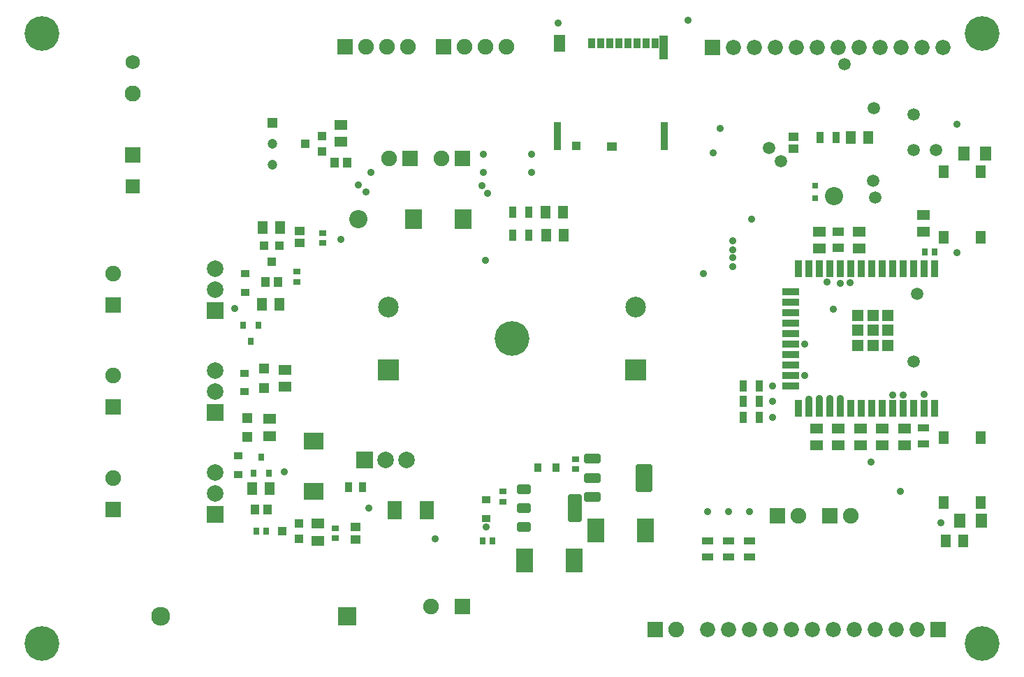
<source format=gts>
G04*
G04 #@! TF.GenerationSoftware,Altium Limited,Altium Designer,22.7.1 (60)*
G04*
G04 Layer_Color=8388736*
%FSLAX44Y44*%
%MOMM*%
G71*
G04*
G04 #@! TF.SameCoordinates,F9262A58-C723-4885-9EE7-A1CEE64B0761*
G04*
G04*
G04 #@! TF.FilePolarity,Negative*
G04*
G01*
G75*
%ADD15R,1.3000X1.5500*%
%ADD16R,1.4000X1.8000*%
%ADD17R,1.2065X1.5082*%
%ADD24R,0.9000X0.7500*%
%ADD25R,1.2621X1.0046*%
%ADD27R,1.5082X1.2065*%
%ADD28R,1.7145X2.1844*%
%ADD31R,1.0046X1.2621*%
%ADD32R,1.9900X2.3300*%
%ADD33R,0.9500X1.4500*%
%ADD34R,1.4082X1.0065*%
%ADD37R,0.7500X0.9000*%
%ADD38R,1.4500X0.9500*%
%ADD39R,0.9000X2.0000*%
%ADD40R,2.0000X0.9000*%
%ADD41R,1.3300X1.3300*%
%ADD42R,0.8000X0.9000*%
%ADD46R,2.0000X3.0000*%
%ADD47R,1.1500X1.1500*%
%ADD48R,2.3300X1.9900*%
%ADD49R,0.8065X1.3082*%
%ADD50R,0.8000X0.8000*%
%ADD51R,0.9032X1.3032*%
%ADD52R,1.2532X0.9832*%
%ADD53R,1.1032X1.1332*%
%ADD54R,1.3432X2.0332*%
%ADD55R,0.9032X3.5032*%
%ADD56R,1.0632X3.0032*%
%ADD57R,1.0332X0.8332*%
%ADD58R,0.8332X1.0332*%
%ADD59R,1.1032X1.0032*%
G04:AMPARAMS|DCode=60|XSize=1.1032mm|YSize=1.9532mm|CornerRadius=0.1511mm|HoleSize=0mm|Usage=FLASHONLY|Rotation=90.000|XOffset=0mm|YOffset=0mm|HoleType=Round|Shape=RoundedRectangle|*
%AMROUNDEDRECTD60*
21,1,1.1032,1.6510,0,0,90.0*
21,1,0.8010,1.9532,0,0,90.0*
1,1,0.3022,0.8255,0.4005*
1,1,0.3022,0.8255,-0.4005*
1,1,0.3022,-0.8255,-0.4005*
1,1,0.3022,-0.8255,0.4005*
%
%ADD60ROUNDEDRECTD60*%
G04:AMPARAMS|DCode=61|XSize=3.4032mm|YSize=1.9532mm|CornerRadius=0.1541mm|HoleSize=0mm|Usage=FLASHONLY|Rotation=90.000|XOffset=0mm|YOffset=0mm|HoleType=Round|Shape=RoundedRectangle|*
%AMROUNDEDRECTD61*
21,1,3.4032,1.6450,0,0,90.0*
21,1,3.0950,1.9532,0,0,90.0*
1,1,0.3082,0.8225,1.5475*
1,1,0.3082,0.8225,-1.5475*
1,1,0.3082,-0.8225,-1.5475*
1,1,0.3082,-0.8225,1.5475*
%
%ADD61ROUNDEDRECTD61*%
%ADD62R,1.0032X1.1032*%
G04:AMPARAMS|DCode=63|XSize=3.3532mm|YSize=1.6532mm|CornerRadius=0.1524mm|HoleSize=0mm|Usage=FLASHONLY|Rotation=90.000|XOffset=0mm|YOffset=0mm|HoleType=Round|Shape=RoundedRectangle|*
%AMROUNDEDRECTD63*
21,1,3.3532,1.3485,0,0,90.0*
21,1,3.0485,1.6532,0,0,90.0*
1,1,0.3047,0.6743,1.5243*
1,1,0.3047,0.6743,-1.5243*
1,1,0.3047,-0.6743,-1.5243*
1,1,0.3047,-0.6743,1.5243*
%
%ADD63ROUNDEDRECTD63*%
G04:AMPARAMS|DCode=64|XSize=1.1032mm|YSize=1.6532mm|CornerRadius=0.1511mm|HoleSize=0mm|Usage=FLASHONLY|Rotation=90.000|XOffset=0mm|YOffset=0mm|HoleType=Round|Shape=RoundedRectangle|*
%AMROUNDEDRECTD64*
21,1,1.1032,1.3510,0,0,90.0*
21,1,0.8010,1.6532,0,0,90.0*
1,1,0.3022,0.6755,0.4005*
1,1,0.3022,0.6755,-0.4005*
1,1,0.3022,-0.6755,-0.4005*
1,1,0.3022,-0.6755,0.4005*
%
%ADD64ROUNDEDRECTD64*%
%ADD65C,2.3000*%
%ADD66R,2.3000X2.3000*%
%ADD67C,1.9532*%
%ADD68R,1.9532X1.9532*%
%ADD69R,1.2000X1.2000*%
%ADD70C,1.2000*%
%ADD71C,1.7500*%
%ADD72R,1.7500X1.7500*%
%ADD73R,2.5000X2.5000*%
%ADD74C,2.5000*%
%ADD75C,1.8400*%
%ADD76R,1.8400X1.8400*%
%ADD77C,1.9032*%
%ADD78R,1.9032X1.9032*%
%ADD79R,1.9032X1.9032*%
%ADD80R,2.0000X2.0000*%
%ADD81C,2.0000*%
%ADD82R,2.0000X2.0000*%
%ADD83C,4.2032*%
%ADD84C,0.9032*%
%ADD85C,1.5032*%
%ADD86C,2.2032*%
D15*
X1123400Y200712D02*
D03*
Y280212D02*
D03*
X1168400Y200712D02*
D03*
Y280212D02*
D03*
X1123400Y523240D02*
D03*
Y602740D02*
D03*
X1168400Y523240D02*
D03*
Y602740D02*
D03*
D16*
X1142954Y179324D02*
D03*
X1168954D02*
D03*
X1147780Y624840D02*
D03*
X1173780D02*
D03*
D17*
X1125633Y154432D02*
D03*
X1146651D02*
D03*
X319119Y534670D02*
D03*
X298101D02*
D03*
X1010571Y643890D02*
D03*
X1031589D02*
D03*
X641350Y525780D02*
D03*
X662367D02*
D03*
X641001Y553720D02*
D03*
X662019D02*
D03*
X317849Y441960D02*
D03*
X296831D02*
D03*
X306419Y218440D02*
D03*
X285401D02*
D03*
D24*
X370840Y515970D02*
D03*
Y527970D02*
D03*
X339090Y480980D02*
D03*
Y468980D02*
D03*
X386080Y157830D02*
D03*
Y169830D02*
D03*
X676910Y253650D02*
D03*
Y241650D02*
D03*
X589280Y214280D02*
D03*
Y202280D02*
D03*
D25*
X342900Y515844D02*
D03*
Y530860D02*
D03*
X941070Y630032D02*
D03*
Y645048D02*
D03*
X410210Y156322D02*
D03*
Y171338D02*
D03*
D27*
X1021080Y508921D02*
D03*
Y529939D02*
D03*
X392430Y659479D02*
D03*
Y638461D02*
D03*
X972820Y529939D02*
D03*
Y508921D02*
D03*
X1075690Y270161D02*
D03*
Y291179D02*
D03*
X1049020Y270161D02*
D03*
Y291179D02*
D03*
X1022350D02*
D03*
Y270161D02*
D03*
X995680Y291179D02*
D03*
Y270161D02*
D03*
X969010Y291179D02*
D03*
Y270161D02*
D03*
X1098550Y550259D02*
D03*
Y529241D02*
D03*
X364490Y154591D02*
D03*
Y175609D02*
D03*
X325120Y341281D02*
D03*
Y362299D02*
D03*
X306070Y302609D02*
D03*
Y281591D02*
D03*
D28*
X458153Y191770D02*
D03*
X496888D02*
D03*
D31*
X399938Y613410D02*
D03*
X384922D02*
D03*
X303418Y193040D02*
D03*
X288402D02*
D03*
X301214Y468630D02*
D03*
X316230D02*
D03*
D32*
X480440Y544830D02*
D03*
X540640D02*
D03*
D33*
X992730Y643890D02*
D03*
X973230D02*
D03*
X880520Y342900D02*
D03*
X900020D02*
D03*
X880520Y304800D02*
D03*
X900020D02*
D03*
X880520Y323850D02*
D03*
X900020D02*
D03*
X620620Y525780D02*
D03*
X601120D02*
D03*
X620620Y553720D02*
D03*
X601120D02*
D03*
D34*
X995680Y529478D02*
D03*
Y510461D02*
D03*
D37*
X1100170Y505460D02*
D03*
X1112170D02*
D03*
X576230Y154940D02*
D03*
X564230D02*
D03*
X301910Y166370D02*
D03*
X289910D02*
D03*
D38*
X1098550Y272190D02*
D03*
Y291690D02*
D03*
X887730Y154530D02*
D03*
Y135030D02*
D03*
X862330Y154530D02*
D03*
Y135030D02*
D03*
X836930Y154530D02*
D03*
Y135030D02*
D03*
D39*
X1112600Y485000D02*
D03*
X1099900D02*
D03*
X1087200D02*
D03*
X1074500D02*
D03*
X1061800D02*
D03*
X1049100D02*
D03*
X1036400D02*
D03*
X1023700D02*
D03*
X1011000D02*
D03*
X998300D02*
D03*
X985600D02*
D03*
X972900D02*
D03*
X960200D02*
D03*
X947500D02*
D03*
Y315000D02*
D03*
X960200D02*
D03*
X972900D02*
D03*
X985600D02*
D03*
X998300D02*
D03*
X1011000D02*
D03*
X1023700D02*
D03*
X1036400D02*
D03*
X1049100D02*
D03*
X1061800D02*
D03*
X1074500D02*
D03*
X1087200D02*
D03*
X1099900D02*
D03*
X1112600D02*
D03*
D40*
X937500Y457150D02*
D03*
Y444450D02*
D03*
Y431750D02*
D03*
Y419050D02*
D03*
Y406350D02*
D03*
Y393650D02*
D03*
Y380950D02*
D03*
Y368250D02*
D03*
Y355550D02*
D03*
Y342850D02*
D03*
D41*
X1055950Y428350D02*
D03*
Y410000D02*
D03*
Y391650D02*
D03*
X1037600Y428350D02*
D03*
Y410000D02*
D03*
Y391650D02*
D03*
X1019250Y428350D02*
D03*
Y410000D02*
D03*
Y391650D02*
D03*
D42*
X283210Y396400D02*
D03*
X292710Y416400D02*
D03*
X273710D02*
D03*
X286410Y236380D02*
D03*
X305410D02*
D03*
X295910Y256380D02*
D03*
D46*
X675160Y130810D02*
D03*
X615160D02*
D03*
X761520Y167640D02*
D03*
X701520D02*
D03*
D47*
X299720Y363540D02*
D03*
Y340041D02*
D03*
X279400Y280350D02*
D03*
Y303850D02*
D03*
D48*
X359410Y215010D02*
D03*
Y275210D02*
D03*
D49*
X401701Y219710D02*
D03*
X418719D02*
D03*
D50*
X967740Y570350D02*
D03*
Y585350D02*
D03*
D51*
X773200Y758000D02*
D03*
X762200D02*
D03*
X740200D02*
D03*
X729200D02*
D03*
X718200D02*
D03*
X707200D02*
D03*
X696200D02*
D03*
X751200D02*
D03*
D52*
X720950Y632600D02*
D03*
D53*
X678300Y633350D02*
D03*
D54*
X657400Y757850D02*
D03*
D55*
X655200Y645200D02*
D03*
X784800D02*
D03*
D56*
X784000Y753000D02*
D03*
D57*
X275590Y357860D02*
D03*
Y335560D02*
D03*
X568960Y181890D02*
D03*
Y204190D02*
D03*
X276860Y456210D02*
D03*
Y478510D02*
D03*
X267970Y235230D02*
D03*
Y257530D02*
D03*
D58*
X631470Y243066D02*
D03*
X653770D02*
D03*
D59*
X369410Y645770D02*
D03*
X349410Y636270D02*
D03*
X369410Y626770D02*
D03*
X321470Y166370D02*
D03*
X341470Y175870D02*
D03*
Y156870D02*
D03*
D60*
X697730Y254140D02*
D03*
Y231140D02*
D03*
Y208140D02*
D03*
D61*
X760230Y231140D02*
D03*
D62*
X318110Y512920D02*
D03*
X308610Y492920D02*
D03*
X299110Y512920D02*
D03*
D63*
X675910Y194310D02*
D03*
D64*
X614410D02*
D03*
Y171310D02*
D03*
Y217310D02*
D03*
D65*
X174020Y63500D02*
D03*
D66*
X400020D02*
D03*
D67*
X140000Y697500D02*
D03*
D68*
Y622500D02*
D03*
D69*
X309830Y661670D02*
D03*
D70*
Y636270D02*
D03*
Y610870D02*
D03*
D71*
X140000Y735000D02*
D03*
D72*
Y585000D02*
D03*
D73*
X450000Y361900D02*
D03*
X750000D02*
D03*
D74*
X450000Y438100D02*
D03*
X750000D02*
D03*
D75*
X1122830Y753110D02*
D03*
X1097430D02*
D03*
X1072030D02*
D03*
X1046630D02*
D03*
X1021230D02*
D03*
X995830D02*
D03*
X970430D02*
D03*
X945030D02*
D03*
X919630D02*
D03*
X894230D02*
D03*
X868830D02*
D03*
X938530Y46990D02*
D03*
X836930D02*
D03*
X862330D02*
D03*
X887730D02*
D03*
X989330D02*
D03*
X1014730D02*
D03*
X1040130D02*
D03*
X1065530D02*
D03*
X1090930D02*
D03*
X963930D02*
D03*
X913130D02*
D03*
D76*
X843430Y753110D02*
D03*
X1116330Y46990D02*
D03*
D77*
X116840Y478790D02*
D03*
Y231140D02*
D03*
X501650Y74830D02*
D03*
X798830Y46990D02*
D03*
X514350Y618490D02*
D03*
X450850D02*
D03*
X947420Y185420D02*
D03*
X1010920D02*
D03*
X542290Y754380D02*
D03*
X567690D02*
D03*
X593090D02*
D03*
X422910D02*
D03*
X448310D02*
D03*
X473710D02*
D03*
X116840Y354965D02*
D03*
D78*
Y440690D02*
D03*
Y193040D02*
D03*
Y316865D02*
D03*
D79*
X539750Y74830D02*
D03*
X773430Y46990D02*
D03*
X539750Y618490D02*
D03*
X476250D02*
D03*
X922020Y185420D02*
D03*
X985520D02*
D03*
X516890Y754380D02*
D03*
X397510D02*
D03*
D80*
X239780Y434340D02*
D03*
Y310515D02*
D03*
Y186690D02*
D03*
D81*
Y459740D02*
D03*
Y485140D02*
D03*
Y335915D02*
D03*
Y361315D02*
D03*
Y212090D02*
D03*
Y237490D02*
D03*
X447040Y252980D02*
D03*
X472440D02*
D03*
D82*
X421640D02*
D03*
D83*
X1170000Y770000D02*
D03*
X30000D02*
D03*
Y30480D02*
D03*
X600000Y400000D02*
D03*
X1170000Y30000D02*
D03*
D84*
X1139698Y660400D02*
D03*
X1139444Y503936D02*
D03*
X1120140Y176784D02*
D03*
X813054Y786384D02*
D03*
X656336Y782828D02*
D03*
X1035050Y250190D02*
D03*
X506730Y157480D02*
D03*
X1010190Y467690D02*
D03*
X852170Y655320D02*
D03*
X843660Y625220D02*
D03*
X890270Y544830D02*
D03*
X998220Y467360D02*
D03*
X982040Y468690D02*
D03*
X1074420Y331470D02*
D03*
X989330Y435610D02*
D03*
X960120Y326646D02*
D03*
X915670Y342900D02*
D03*
X955040Y355600D02*
D03*
X1061720Y331470D02*
D03*
X867321Y518249D02*
D03*
X867410Y508000D02*
D03*
X867499Y497929D02*
D03*
X831850Y478790D02*
D03*
X565150Y623570D02*
D03*
Y601980D02*
D03*
X623570Y623570D02*
D03*
X567690Y495300D02*
D03*
X392430Y520700D02*
D03*
X414020Y586740D02*
D03*
X867410Y487680D02*
D03*
X915670Y323850D02*
D03*
X985600Y326970D02*
D03*
X998300D02*
D03*
X972900D02*
D03*
X915670Y304800D02*
D03*
X1099820Y332740D02*
D03*
X623570Y601980D02*
D03*
X568960Y171450D02*
D03*
X429260Y601980D02*
D03*
X422910Y577850D02*
D03*
X264160Y436880D02*
D03*
X323850Y238760D02*
D03*
X1070390Y214740D02*
D03*
X955040Y393700D02*
D03*
X887730Y190500D02*
D03*
X862330D02*
D03*
X836930D02*
D03*
X426720Y194310D02*
D03*
X563880Y585160D02*
D03*
X570230Y576580D02*
D03*
D85*
X1087120Y628650D02*
D03*
X1113790D02*
D03*
X1040130Y571500D02*
D03*
X1037590Y591820D02*
D03*
X1038860Y679450D02*
D03*
X1090930Y454660D02*
D03*
X1003300Y732790D02*
D03*
X925830Y615020D02*
D03*
X911860Y631190D02*
D03*
X1087120Y671830D02*
D03*
Y372110D02*
D03*
D86*
X990600Y572770D02*
D03*
X414020Y544830D02*
D03*
M02*

</source>
